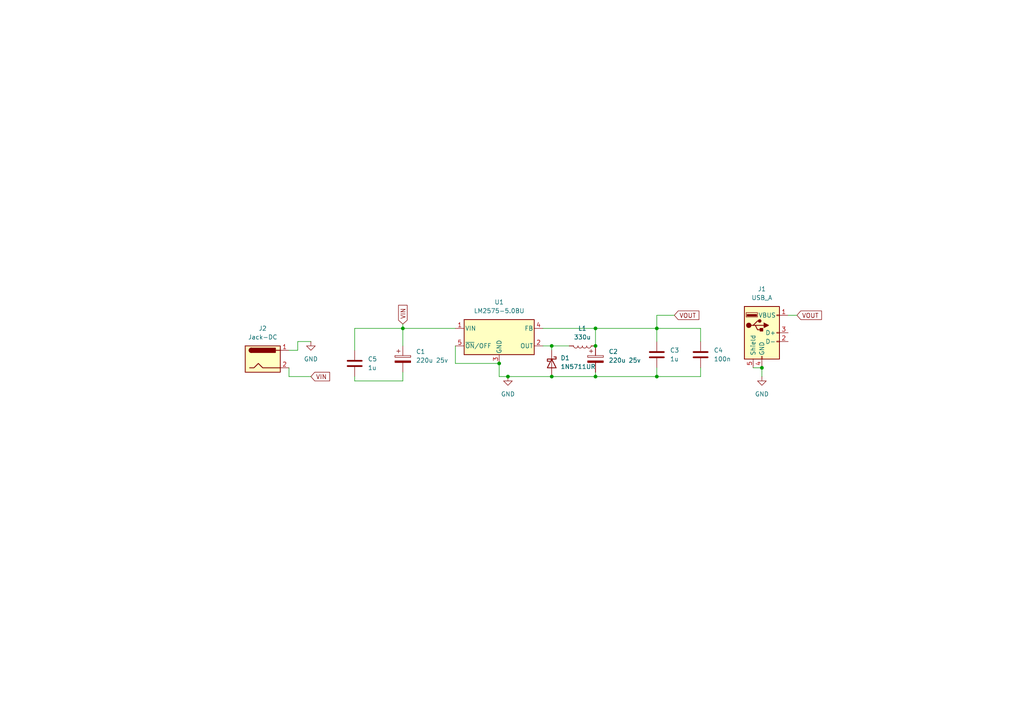
<source format=kicad_sch>
(kicad_sch (version 20250114) (generator "eeschema") (generator_version "9.0")
  (paper "A4")
  (lib_symbols
    (symbol "Connector:Jack-DC" (pin_names (offset 1.016))
      (property "Reference" "J" (at 0 5.334 0))
      (property "Value" "Jack-DC" (at 0 -5.08 0))
      (symbol "Jack-DC_0_1"
        (rectangle (start -5.08 3.81) (end 5.08 -3.81) (stroke (width 0.254)) (fill (type background)))
        (polyline (pts (xy -3.81 -2.54) (xy -2.54 -2.54) (xy -1.27 -1.27) (xy 0 -2.54) (xy 2.54 -2.54) (xy 5.08 -2.54)) (stroke (width 0.254)))
        (arc (start -3.302 1.905) (mid -3.9343 2.54) (end -3.302 3.175) (stroke (width 0.254)))
        (arc (start -3.302 1.905) (mid -3.9343 2.54) (end -3.302 3.175) (stroke (width 0.254)) (fill (type outline)))
        (rectangle (start 3.683 3.175) (end -3.302 1.905) (stroke (width 0.254)) (fill (type outline)))
        (polyline (pts (xy 5.08 2.54) (xy 3.81 2.54)) (stroke (width 0.254)))
      )
      (symbol "Jack-DC_1_1"
        (pin passive line (at 7.62 2.54 180) (length 2.54) (name "~") (number "1"))
        (pin passive line (at 7.62 -2.54 180) (length 2.54) (name "~") (number "2"))
      )
    )
    (symbol "Connector:USB_A" (pin_names (offset 1.016))
      (property "Reference" "J" (at -5.08 11.43 0))
      (property "Value" "USB_A" (at -5.08 8.89 0))
      (symbol "USB_A_0_1"
        (rectangle (start -5.08 -7.62) (end 5.08 7.62) (stroke (width 0.254)) (fill (type background)))
        (circle (center -3.81 2.159) (radius 0.635) (stroke (width 0.254)) (fill (type outline)))
        (polyline (pts (xy -3.175 2.159) (xy -2.54 2.159) (xy -1.27 3.429) (xy -0.635 3.429)) (stroke (width 0.254)))
        (polyline (pts (xy -2.54 2.159) (xy -1.905 2.159) (xy -1.27 0.889) (xy 0 0.889)) (stroke (width 0.254)))
        (rectangle (start -1.524 4.826) (end -4.318 5.334) (fill (type outline)))
        (rectangle (start -1.27 4.572) (end -4.572 5.842))
        (circle (center -0.635 3.429) (radius 0.381) (stroke (width 0.254)) (fill (type outline)))
        (rectangle (start -0.127 -7.62) (end 0.127 -6.858))
        (rectangle (start 0.254 1.27) (end -0.508 0.508) (stroke (width 0.254)) (fill (type outline)))
        (polyline (pts (xy 0.635 2.794) (xy 0.635 1.524) (xy 1.905 2.159) (xy 0.635 2.794)) (stroke (width 0.254)) (fill (type outline)))
        (rectangle (start 5.08 4.953) (end 4.318 5.207))
        (rectangle (start 5.08 -0.127) (end 4.318 0.127))
        (rectangle (start 5.08 -2.667) (end 4.318 -2.413))
      )
      (symbol "USB_A_1_1"
        (polyline (pts (xy -1.905 2.159) (xy 0.635 2.159)) (stroke (width 0.254)))
        (pin passive line (at -2.54 -10.16 90) (length 2.54) (name "Shield") (number "5"))
        (pin power_in line (at 0 -10.16 90) (length 2.54) (name "GND") (number "4"))
        (pin power_in line (at 7.62 5.08 180) (length 2.54) (name "VBUS") (number "1"))
        (pin bidirectional line (at 7.62 0 180) (length 2.54) (name "D+") (number "3"))
        (pin bidirectional line (at 7.62 -2.54 180) (length 2.54) (name "D-") (number "2"))
      )
    )
    (symbol "Device:C" (pin_numbers (hide yes)) (pin_names (offset 0.254))
      (property "Reference" "C" (at 0.635 2.54 0))
      (property "Value" "C" (at 0.635 -2.54 0))
      (symbol "C_0_1"
        (polyline (pts (xy -2.032 0.762) (xy 2.032 0.762)) (stroke (width 0.508)))
        (polyline (pts (xy -2.032 -0.762) (xy 2.032 -0.762)) (stroke (width 0.508)))
      )
      (symbol "C_1_1"
        (pin passive line (at 0 3.81 270) (length 2.794) (name "~") (number "1"))
        (pin passive line (at 0 -3.81 90) (length 2.794) (name "~") (number "2"))
      )
    )
    (symbol "Device:C_Polarized" (pin_numbers (hide yes)) (pin_names (offset 0.254))
      (property "Reference" "C" (at 0.635 2.54 0))
      (property "Value" "C_Polarized" (at 0.635 -2.54 0))
      (symbol "C_Polarized_0_1"
        (rectangle (start -2.286 0.508) (end 2.286 1.016))
        (polyline (pts (xy -1.778 2.286) (xy -0.762 2.286)))
        (polyline (pts (xy -1.27 2.794) (xy -1.27 1.778)))
        (rectangle (start 2.286 -0.508) (end -2.286 -1.016) (fill (type outline)))
      )
      (symbol "C_Polarized_1_1"
        (pin passive line (at 0 3.81 270) (length 2.794) (name "~") (number "1"))
        (pin passive line (at 0 -3.81 90) (length 2.794) (name "~") (number "2"))
      )
    )
    (symbol "Device:L" (pin_numbers (hide yes)) (pin_names (offset 1.016) (hide yes))
      (property "Reference" "L" (at -1.27 0 90))
      (property "Value" "L" (at 1.905 0 90))
      (symbol "L_0_1"
        (arc (start 0 2.54) (mid 0.6323 1.905) (end 0 1.27))
        (arc (start 0 1.27) (mid 0.6323 0.635) (end 0 0))
        (arc (start 0 0) (mid 0.6323 -0.635) (end 0 -1.27))
        (arc (start 0 -1.27) (mid 0.6323 -1.905) (end 0 -2.54))
      )
      (symbol "L_1_1"
        (pin passive line (at 0 3.81 270) (length 1.27) (name "1") (number "1"))
        (pin passive line (at 0 -3.81 90) (length 1.27) (name "2") (number "2"))
      )
    )
    (symbol "Diode:1N5711UR" (pin_numbers (hide yes)) (pin_names (offset 1.016) (hide yes))
      (property "Reference" "D" (at 0 2.54 0))
      (property "Value" "1N5711UR" (at 0 -2.54 0))
      (symbol "1N5711UR_0_1"
        (polyline (pts (xy -1.905 0.635) (xy -1.905 1.27) (xy -1.27 1.27) (xy -1.27 -1.27) (xy -0.635 -1.27) (xy -0.635 -0.635)) (stroke (width 0.254)))
        (polyline (pts (xy 1.27 1.27) (xy 1.27 -1.27) (xy -1.27 0) (xy 1.27 1.27)) (stroke (width 0.254)))
        (polyline (pts (xy 1.27 0) (xy -1.27 0)))
      )
      (symbol "1N5711UR_1_1"
        (pin passive line (at -3.81 0 0) (length 2.54) (name "K") (number "1"))
        (pin passive line (at 3.81 0 180) (length 2.54) (name "A") (number "2"))
      )
    )
    (symbol "Regulator_Switching:LM2575-5.0BU" (pin_names (offset 0.254))
      (property "Reference" "U" (at -10.16 6.35 0))
      (property "Value" "LM2575-5.0BU" (at 0 6.35 0))
      (symbol "LM2575-5.0BU_0_1"
        (rectangle (start -10.16 5.08) (end 10.16 -5.08) (stroke (width 0.254)) (fill (type background)))
      )
      (symbol "LM2575-5.0BU_1_1"
        (pin power_in line (at -12.7 2.54 0) (length 2.54) (name "VIN") (number "1"))
        (pin input line (at -12.7 -2.54 0) (length 2.54) (name "~{ON}/OFF") (number "5"))
        (pin power_in line (at 0 -7.62 90) (length 2.54) (name "GND") (number "3"))
        (pin input line (at 12.7 2.54 180) (length 2.54) (name "FB") (number "4"))
        (pin output line (at 12.7 -2.54 180) (length 2.54) (name "OUT") (number "2"))
      )
    )
    (symbol "power:GND" (power) (pin_numbers (hide yes)) (pin_names (offset 0) (hide yes))
      (property "Value" "GND" (at 0 -3.81 0))
      (symbol "GND_0_1"
        (polyline (pts (xy 0 0) (xy 0 -1.27) (xy 1.27 -1.27) (xy 0 -2.54) (xy -1.27 -1.27) (xy 0 -1.27)))
      )
      (symbol "GND_1_1"
        (pin power_in line (at 0 0 270) (length 0) (name "~") (number "1"))
      )
    )
  )
  (junction (at 190.5 109.22))
  (junction (at 220.98 106.68))
  (junction (at 172.72 109.22))
  (junction (at 116.84 95.25))
  (junction (at 172.72 100.33))
  (junction (at 144.78 105.41))
  (junction (at 160.02 100.33))
  (junction (at 160.02 109.22))
  (junction (at 147.32 109.22))
  (junction (at 190.5 95.25))
  (junction (at 172.72 95.25))
  (wire (pts (xy 83.82 109.22) (xy 83.82 106.68)))
  (wire (pts (xy 160.02 109.22) (xy 172.72 109.22)))
  (wire (pts (xy 218.44 106.68) (xy 220.98 106.68)))
  (wire (pts (xy 157.48 95.25) (xy 172.72 95.25)))
  (wire (pts (xy 102.87 110.49) (xy 102.87 109.22)))
  (wire (pts (xy 190.5 99.06) (xy 190.5 95.25)))
  (wire (pts (xy 132.08 95.25) (xy 116.84 95.25)))
  (wire (pts (xy 83.82 101.6) (xy 86.36 101.6)))
  (wire (pts (xy 116.84 110.49) (xy 102.87 110.49)))
  (wire (pts (xy 160.02 100.33) (xy 160.02 101.6)))
  (wire (pts (xy 172.72 109.22) (xy 190.5 109.22)))
  (wire (pts (xy 190.5 91.44) (xy 190.5 95.25)))
  (wire (pts (xy 116.84 107.95) (xy 116.84 110.49)))
  (wire (pts (xy 86.36 101.6) (xy 86.36 99.06)))
  (wire (pts (xy 116.84 95.25) (xy 102.87 95.25)))
  (wire (pts (xy 116.84 95.25) (xy 116.84 100.33)))
  (wire (pts (xy 147.32 109.22) (xy 144.78 109.22)))
  (wire (pts (xy 190.5 109.22) (xy 203.2 109.22)))
  (wire (pts (xy 132.08 105.41) (xy 144.78 105.41)))
  (wire (pts (xy 116.84 93.98) (xy 116.84 95.25)))
  (wire (pts (xy 132.08 100.33) (xy 132.08 105.41)))
  (wire (pts (xy 228.6 91.44) (xy 231.14 91.44)))
  (wire (pts (xy 203.2 106.68) (xy 203.2 109.22)))
  (wire (pts (xy 147.32 109.22) (xy 160.02 109.22)))
  (wire (pts (xy 220.98 106.68) (xy 220.98 109.22)))
  (wire (pts (xy 157.48 100.33) (xy 160.02 100.33)))
  (wire (pts (xy 90.17 109.22) (xy 83.82 109.22)))
  (wire (pts (xy 172.72 95.25) (xy 190.5 95.25)))
  (wire (pts (xy 160.02 100.33) (xy 165.1 100.33)))
  (wire (pts (xy 195.58 91.44) (xy 190.5 91.44)))
  (wire (pts (xy 203.2 95.25) (xy 203.2 99.06)))
  (wire (pts (xy 144.78 109.22) (xy 144.78 105.41)))
  (wire (pts (xy 86.36 99.06) (xy 90.17 99.06)))
  (wire (pts (xy 190.5 106.68) (xy 190.5 109.22)))
  (wire (pts (xy 190.5 95.25) (xy 203.2 95.25)))
  (wire (pts (xy 172.72 107.95) (xy 172.72 109.22)))
  (wire (pts (xy 172.72 95.25) (xy 172.72 100.33)))
  (wire (pts (xy 102.87 95.25) (xy 102.87 101.6)))
  (global_label "VOUT" (shape input) (at 231.14 91.44 0) (property "Intersheetrefs" "${INTERSHEET_REFS}" (effects (hide yes))))
  (global_label "VOUT" (shape input) (at 195.58 91.44 0) (property "Intersheetrefs" "${INTERSHEET_REFS}" (effects (hide yes))))
  (global_label "VIN" (shape input) (at 116.84 93.98 90) (property "Intersheetrefs" "${INTERSHEET_REFS}" (effects (hide yes))))
  (global_label "VIN" (shape input) (at 90.17 109.22 0) (property "Intersheetrefs" "${INTERSHEET_REFS}" (effects (hide yes))))
  (symbol (lib_id "Device:L") (at 168.91 100.33 270) (unit 1)
    (property "Reference" "L1" (at 168.91 95.25 90))
    (property "Value" "330u" (at 168.91 97.79 90))
    (property "Footprint" "Inductor_SMD:L_APV_APH1040" (effects (hide yes)))
    (property "Description" "Inductor" (effects (hide yes)))
  )
  (symbol (lib_id "Device:C") (at 190.5 102.87 0) (unit 1)
    (property "Reference" "C3" (at 194.31 101.5999 0) (effects (justify left)))
    (property "Value" "1u" (at 194.31 104.1399 0) (effects (justify left)))
    (property "Footprint" "Capacitor_SMD:C_1206_3216Metric" (effects (hide yes)))
    (property "Description" "Unpolarized capacitor" (effects (hide yes)))
  )
  (symbol (lib_id "Connector:USB_A") (at 220.98 96.52 0) (unit 1)
    (property "Reference" "J1" (at 220.98 83.82 0))
    (property "Value" "USB_A" (at 220.98 86.36 0))
    (property "Footprint" "Connector_USB:USB_A_Molex_67643_Horizontal" (effects (hide yes)))
    (property "Description" "USB Type A connector" (effects (hide yes)))
  )
  (symbol (lib_id "power:GND") (at 90.17 99.06 0) (unit 1)
    (property "Reference" "#PWR03" (effects (hide yes)))
    (property "Value" "GND" (at 90.17 104.14 0))
    (property "Description" "Power symbol creates a global label with name \"GND\" , ground" (effects (hide yes)))
  )
  (symbol (lib_id "Device:C") (at 203.2 102.87 0) (unit 1)
    (property "Reference" "C4" (at 207.01 101.5999 0) (effects (justify left)))
    (property "Value" "100n" (at 207.01 104.1399 0) (effects (justify left)))
    (property "Footprint" "Capacitor_SMD:C_1206_3216Metric" (effects (hide yes)))
    (property "Description" "Unpolarized capacitor" (effects (hide yes)))
  )
  (symbol (lib_id "Regulator_Switching:LM2575-5.0BU") (at 144.78 97.79 0) (unit 1)
    (property "Reference" "U1" (at 144.78 87.63 0))
    (property "Value" "LM2575-5.0BU" (at 144.78 90.17 0))
    (property "Footprint" "Package_TO_SOT_SMD:TO-263-5_TabPin3" (effects (hide yes)))
    (property "Datasheet" "http://ww1.microchip.com/downloads/en/DeviceDoc/lm2575.pdf" (effects (hide yes)))
    (property "Description" "Fixed 5.0V 52kHz Simple 1A Buck Regulator, TO-263" (effects (hide yes)))
  )
  (symbol (lib_id "Diode:1N5711UR") (at 160.02 105.41 270) (unit 1)
    (property "Reference" "D1" (at 162.56 103.8224 90) (effects (justify left)))
    (property "Value" "1N5711UR" (at 162.56 106.3624 90) (effects (justify left)))
    (property "Footprint" "Diode_SMD:D_SMA" (effects (hide yes)))
    (property "Datasheet" "https://www.microsemi.com/document-portal/doc_download/131890-lds-0040-1-datasheet" (effects (hide yes)))
    (property "Description" "70V 33mA Schottky diode, MELF(DO-213AA)" (effects (hide yes)))
  )
  (symbol (lib_id "power:GND") (at 220.98 109.22 0) (unit 1)
    (property "Reference" "#PWR02" (effects (hide yes)))
    (property "Value" "GND" (at 220.98 114.3 0))
    (property "Description" "Power symbol creates a global label with name \"GND\" , ground" (effects (hide yes)))
  )
  (symbol (lib_id "power:GND") (at 147.32 109.22 0) (unit 1)
    (property "Reference" "#PWR01" (effects (hide yes)))
    (property "Value" "GND" (at 147.32 114.3 0))
    (property "Description" "Power symbol creates a global label with name \"GND\" , ground" (effects (hide yes)))
  )
  (symbol (lib_id "Device:C") (at 102.87 105.41 0) (unit 1)
    (property "Reference" "C5" (at 106.68 104.1399 0) (effects (justify left)))
    (property "Value" "1u" (at 106.68 106.6799 0) (effects (justify left)))
    (property "Footprint" "Capacitor_SMD:C_1206_3216Metric" (effects (hide yes)))
    (property "Description" "Unpolarized capacitor" (effects (hide yes)))
  )
  (symbol (lib_id "Device:C_Polarized") (at 172.72 104.14 0) (unit 1)
    (property "Reference" "C2" (at 176.53 101.9809 0) (effects (justify left)))
    (property "Value" "220u 25v" (at 176.53 104.5209 0) (effects (justify left)))
    (property "Footprint" "Capacitor_SMD:CP_Elec_6.3x3" (effects (hide yes)))
    (property "Description" "Polarized capacitor" (effects (hide yes)))
  )
  (symbol (lib_id "Device:C_Polarized") (at 116.84 104.14 0) (unit 1)
    (property "Reference" "C1" (at 120.65 101.9809 0) (effects (justify left)))
    (property "Value" "220u 25v" (at 120.65 104.5209 0) (effects (justify left)))
    (property "Footprint" "Capacitor_SMD:CP_Elec_6.3x7.7" (effects (hide yes)))
    (property "Description" "Polarized capacitor" (effects (hide yes)))
  )
  (symbol (lib_id "Connector:Jack-DC") (at 76.2 104.14 0) (unit 1)
    (property "Reference" "J2" (at 76.2 95.25 0))
    (property "Value" "Jack-DC" (at 76.2 97.79 0))
    (property "Footprint" "Connector_BarrelJack:BarrelJack_CUI_PJ-063AH_Horizontal" (effects (hide yes)))
    (property "Description" "DC Barrel Jack" (effects (hide yes)))
  )
)
</source>
